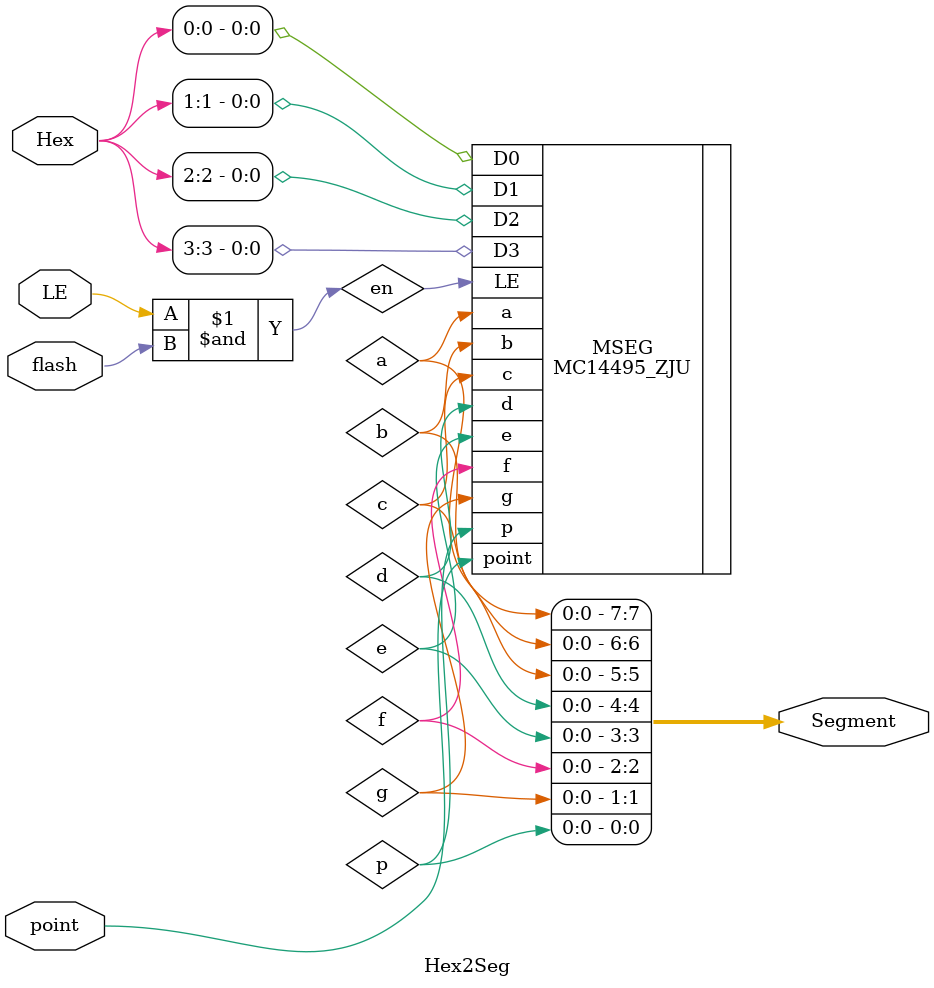
<source format=v>
`timescale 1ns / 1ps
module Hex2Seg(input [3:0]Hex,
					input LE,
					input point,
					input flash,
					output [7:0]Segment
    );
	 
	 wire en=LE&flash;
	 MC14495_ZJU MSEG(.D3(Hex[3]),.D2(Hex[2]),.D1(Hex[1]),.D0(Hex[0]),.LE(en),.point(point),.a(a),.b(b),.c(c),.d(d),.e(e),.f(f),.g(g),.p(p));
	 assign Segment ={a,b,c,d,e,f,g,p};


endmodule

</source>
